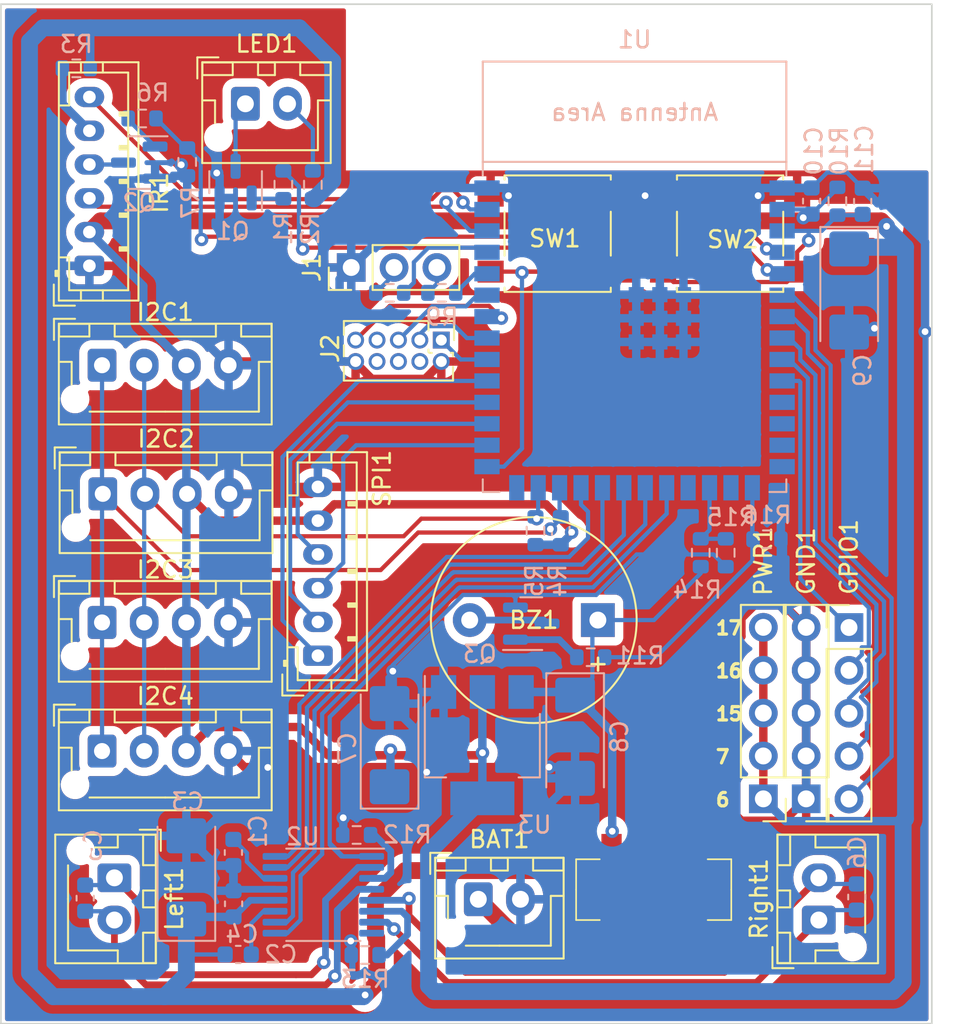
<source format=kicad_pcb>
(kicad_pcb (version 20221018) (generator pcbnew)
  (layers (0 "F.Cu" signal) (31 "B.Cu" signal) (34 "B.Paste" user) (35 "F.Paste" user) (36 "B.SilkS" user "B.Silkscreen") (37 "F.SilkS" user "F.Silkscreen") (38 "B.Mask" user) (39 "F.Mask" user) (44 "Edge.Cuts" user))
  (net 0 "")
  (net 1 "+BATT")
  (net 2 "GND")
  (net 3 "Net-(U2-VINT)")
  (net 4 "Net-(U2-VCP)")
  (net 5 "Net-(Left1-Pin_1)")
  (net 6 "Net-(Left1-Pin_2)")
  (net 7 "Net-(Right1-Pin_1)")
  (net 8 "Net-(Right1-Pin_2)")
  (net 9 "+3.3V")
  (net 10 "/A4{slash}SL")
  (net 11 "/A8{slash}SR")
  (net 12 "/SDA")
  (net 13 "/SCL")
  (net 14 "/CS")
  (net 15 "/MISO")
  (net 16 "/MOSI")
  (net 17 "/CLK")
  (net 18 "Net-(Q1-G)")
  (net 19 "Net-(Q2-G)")
  (net 20 "/HEADLED")
  (net 21 "/M_sleep")
  (net 22 "/IRLED")
  (net 23 "/BIN1")
  (net 24 "/BIN2")
  (net 25 "/AIN1")
  (net 26 "/AIN2")
  (net 28 "/IRLED-{slash}A5")
  (net 29 "Net-(LED1-Pin_1)")
  (net 30 "Net-(J1-Pin_2)")
  (net 31 "/TXD")
  (net 32 "Net-(J1-Pin_3)")
  (net 33 "/RXD")
  (net 34 "Net-(BZ1-+)")
  (net 35 "Net-(Q3-B)")
  (net 36 "/BUZZ")
  (net 37 "Net-(BAT1-+)")
  (net 38 "Net-(LED1-Pin_2)")
  (net 39 "Net-(U2-AISEN)")
  (net 40 "Net-(U2-BISEN)")
  (net 41 "/TCK")
  (net 42 "/TDO")
  (net 44 "/TMS")
  (net 48 "/TDI")
  (net 51 "/IO07")
  (net 52 "/IO06")
  (net 53 "Net-(U1-EN)")
  (net 59 "/BOOT")
  (net 62 "/IRLED+{slash}A1")
  (net 63 "/IO17")
  (net 64 "/IO16")
  (net 65 "/IO15")
  (net 66 "/BAT_SENSE")
  (footprint "Buzzer_Beeper:Buzzer_12x9.5RM7.6" (layer "F.Cu") (at 135.4 96.489 180)
    (fp_text reference "BZ1")
    (fp_text value "Buzzer")
  )
  (footprint "Connector_JST:JST_PH_B6B-PH-K_1x06_P2.00mm_Vertical" (layer "F.Cu") (at 118.8 98.6 90)
    (fp_text reference "SPI1")
    (fp_text value "Conn_01x06_Male")
  )
  (footprint "Connector_PinHeader_1.27mm:PinHeader_2x05_P1.27mm_Vertical" (layer "F.Cu") (at 126.115 79.9 -90)
    (fp_text reference "J2")
    (fp_text value "AVR-JTAG-10")
  )
  (footprint "Connector_PinHeader_2.54mm:PinHeader_1x05_P2.54mm_Vertical" (layer "F.Cu") (at 145.21 107.08 180)
    (fp_text reference "PWR1")
    (fp_text value "Conn_01x04_Male")
  )
  (footprint "Connector_JST:JST_XH_B2B-XH-AM_1x02_P2.50mm_Vertical" (layer "F.Cu") (at 114.5 65.9)
    (fp_text reference "LED1")
    (fp_text value "Conn_01x02_Male")
  )
  (footprint "Connector_JST:JST_XH_B4B-XH-AM_1x04_P2.50mm_Vertical" (layer "F.Cu") (at 106 96.63)
    (fp_text reference "I2C3")
    (fp_text value "Conn_01x04_Male")
  )
  (footprint "Connector_JST:JST_XH_B2B-XH-AM_1x02_P2.50mm_Vertical" (layer "F.Cu") (at 148.5 114.26 90)
    (fp_text reference "Right1")
    (fp_text value "Conn_01x02_Male")
  )
  (footprint "Connector_JST:JST_XH_B4B-XH-AM_1x04_P2.50mm_Vertical" (layer "F.Cu") (at 106 81.39)
    (fp_text reference "I2C1")
    (fp_text value "Conn_01x04_Male")
  )
  (footprint "Connector_PinHeader_2.54mm:PinHeader_1x05_P2.54mm_Vertical" (layer "F.Cu") (at 150.29 96.93)
    (fp_text reference "GPIO1")
    (fp_text value "Conn_01x04_Male")
  )
  (footprint "Connector_JST:JST_XH_B4B-XH-AM_1x04_P2.50mm_Vertical" (layer "F.Cu") (at 106 104.25)
    (fp_text reference "I2C4")
    (fp_text value "Conn_01x04_Male")
  )
  (footprint "Connector_PinHeader_2.54mm:PinHeader_1x05_P2.54mm_Vertical" (layer "F.Cu") (at 147.75 107.08 180)
    (fp_text reference "GND1")
    (fp_text value "Conn_01x04_Male")
  )
  (footprint "Connector_JST:JST_PH_B6B-PH-K_1x06_P2.00mm_Vertical" (layer "F.Cu") (at 105.25 75.5 90)
    (fp_text reference "IR1")
    (fp_text value "Conn_01x06_Male")
  )
  (footprint "Button_Switch_SMD:SW_SPST_B3S-1000" (layer "F.Cu") (at 133.015 73.595 180)
    (fp_text reference "SW1")
    (fp_text value "Flash")
  )
  (footprint "Connector_PinHeader_2.54mm:PinHeader_1x03_P2.54mm_Vertical" (layer "F.Cu") (at 120.775 75.6 90)
    (fp_text reference "J1")
    (fp_text value "Conn_01x06")
  )
  (footprint "Connector_JST:JST_XH_B2B-XH-AM_1x02_P2.50mm_Vertical" (layer "F.Cu") (at 106.7341 111.76 -90)
    (fp_text reference "Left1")
    (fp_text value "Conn_01x02_Male")
  )
  (footprint "Button_Switch_SMD:SW_SPST_B3S-1000" (layer "F.Cu") (at 143.24 73.595 180)
    (fp_text reference "SW2")
    (fp_text value "RESET")
  )
  (footprint "Connector_JST:JST_XH_B4B-XH-AM_1x04_P2.50mm_Vertical" (layer "F.Cu") (at 106.045 89.01)
    (fp_text reference "I2C2")
    (fp_text value "Conn_01x04_Male")
  )
  (footprint "Switch_DPDT:Switch_DPDT" (layer "F.Cu") (at 138.71 112.46)
    (fp_text reference "SW3" hide)
    (fp_text value "SW_DPDT_x2")
  )
  (footprint "Connector_JST:JST_XH_B2B-XH-AM_1x02_P2.50mm_Vertical" (layer "F.Cu") (at 128.31 113.03)
    (fp_text reference "BAT1")
    (fp_text value "Battery")
  )
  (footprint "Capacitor_SMD:C_0603_1608Metric" (layer "B.Cu") (at 113.7884 110.2608 -90)
    (fp_text reference "C1")
    (fp_text value "2.2uF")
  )
  (footprint "Resistor_SMD:R_0603_1608Metric" (layer "B.Cu") (at 126.145 77.1)
    (fp_text reference "R9")
    (fp_text value "470R")
  )
  (footprint "Package_SO:TSSOP-16_4.4x5mm_P0.65mm" (layer "B.Cu") (at 119.1216 112.765 180)
    (fp_text reference "U2")
    (fp_text value "DRV8833PW")
  )
  (footprint "Resistor_SMD:R_0603_1608Metric" (layer "B.Cu") (at 131.7 91.2 -90)
    (fp_text reference "R5")
    (fp_text value "10k")
  )
  (footprint "Capacitor_SMD:C_0603_1608Metric" (layer "B.Cu") (at 113.8 113.3 -90)
    (fp_text reference "C4")
    (fp_text value "100n")
  )
  (footprint "Resistor_SMD:R_0603_1608Metric" (layer "B.Cu") (at 121.095 109.22)
    (fp_text reference "R12")
    (fp_text value "0.2R")
  )
  (footprint "Resistor_SMD:R_0603_1608Metric" (layer "B.Cu") (at 134.975 98.689 180)
    (fp_text reference "R11")
    (fp_text value "330")
  )
  (footprint "Resistor_SMD:R_0603_1608Metric" (layer "B.Cu") (at 121.602 116.332)
    (fp_text reference "R13")
    (fp_text value "0.2R")
  )
  (footprint "Capacitor_SMD:C_0603_1608Metric" (layer "B.Cu") (at 105 112.9654 -90)
    (fp_text reference "C5")
    (fp_text value "C")
  )
  (footprint "Resistor_SMD:R_0603_1608Metric" (layer "B.Cu") (at 145.425 91.7 180)
    (fp_text reference "R16")
    (fp_text value "10K")
  )
  (footprint "Resistor_SMD:R_0603_1608Metric" (layer "B.Cu") (at 133.2 91.2 -90)
    (fp_text reference "R4")
    (fp_text value "10k")
  )
  (footprint "Resistor_SMD:R_0603_1608Metric" (layer "B.Cu") (at 123.06 77.1)
    (fp_text reference "R8" hide)
    (fp_text value "470R")
  )
  (footprint "Package_TO_SOT_SMD:SOT-23" (layer "B.Cu") (at 131.4495 96.7)
    (fp_text reference "Q3")
    (fp_text value "BC817")
  )
  (footprint "Resistor_SMD:R_0603_1608Metric" (layer "B.Cu") (at 142.98 92.5 -90)
    (fp_text reference "R14")
    (fp_text value "10K")
  )
  (footprint "Package_TO_SOT_SMD:SOT-223-3_TabPin2" (layer "B.Cu") (at 128.55 103.9 -90)
    (fp_text reference "U3")
    (fp_text value "LD1117S33TR_SOT223")
  )
  (footprint "Capacitor_Tantalum_SMD:CP_EIA-6032-28_Kemet-C" (layer "B.Cu") (at 123.05 103.9 90)
    (fp_text reference "C7")
    (fp_text value "10u")
  )
  (footprint "Capacitor_SMD:C_0603_1608Metric" (layer "B.Cu") (at 148.075 71.665 -90)
    (fp_text reference "C10")
    (fp_text value "100n")
  )
  (footprint "Capacitor_SMD:C_0603_1608Metric" (layer "B.Cu") (at 150.7526 112.8976 90)
    (fp_text reference "C6")
    (fp_text value "C")
  )
  (footprint "Resistor_SMD:R_0603_1608Metric" (layer "B.Cu") (at 149.6 71.675 -90)
    (fp_text reference "R10")
    (fp_text value "10k")
  )
  (footprint "Resistor_SMD:R_0603_1608Metric" (layer "B.Cu") (at 116.75 70.7 90)
    (fp_text reference "R1")
    (fp_text value "330R")
  )
  (footprint "Resistor_SMD:R_0603_1608Metric" (layer "B.Cu") (at 111.05 69.345 -90)
    (fp_text reference "R7")
    (fp_text value "10k")
  )
  (footprint "Capacitor_SMD:C_0603_1608Metric" (layer "B.Cu") (at 151.1 71.675 -90)
    (fp_text reference "C11")
    (fp_text value "1u")
  )
  (footprint "Resistor_SMD:R_0603_1608Metric" (layer "B.Cu") (at 141.5 92.5 90)
    (fp_text reference "R15")
    (fp_text value "10k")
  )
  (footprint "Package_TO_SOT_SMD:SOT-23" (layer "B.Cu") (at 113.92 70.5425 90)
    (fp_text reference "Q1")
    (fp_text value "Q_NMOS_GSD")
  )
  (footprint "Capacitor_Tantalum_SMD:CP_EIA-6032-28_Kemet-C" (layer "B.Cu") (at 150.3 76.9625 -90)
    (fp_text reference "C9")
    (fp_text value "10+uF")
  )
  (footprint "Capacitor_Tantalum_SMD:CP_EIA-6032-28_Kemet-C" (layer "B.Cu") (at 111 111.734 90)
    (fp_text reference "C3")
    (fp_text value "10+uF")
  )
  (footprint "Resistor_SMD:R_0603_1608Metric" (layer "B.Cu") (at 108.375 66.77)
    (fp_text reference "R6")
    (fp_text value "330R")
  )
  (footprint "Espressif:ESP32-S3-WROOM-1" (layer "B.Cu") (at 137.575 79.15 180)
    (fp_text reference "U1")
    (fp_text value "ESP32-S3-WROOM-1")
  )
  (footprint "Resistor_SMD:R_0603_1608Metric" (layer "B.Cu") (at 118.5 70.7 90)
    (fp_text reference "R2")
    (fp_text value "330R")
  )
  (footprint "Capacitor_Tantalum_SMD:CP_EIA-6032-28_Kemet-C" (layer "B.Cu") (at 134.05 103.4 -90)
    (fp_text reference "C8")
    (fp_text value "10u")
  )
  (footprint "Capacitor_SMD:C_0603_1608Metric" (layer "B.Cu") (at 114.075 116.3 180)
    (fp_text reference "C2")
    (fp_text value "10nF/16V")
  )
  (footprint "Package_TO_SOT_SMD:SOT-23" (layer "B.Cu") (at 108.2075 69.385 180)
    (fp_text reference "Q2")
    (fp_text value "Q_NMOS_GSD")
  )
  (footprint "Resistor_SMD:R_0603_1608Metric" (layer "B.Cu") (at 104.475 63.8 180)
    (fp_text reference "R3")
    (fp_text value "?R")
  )
  (gr_rect (start 100 60) (end 155.2 120.4) (stroke (width 0.1)) (fill none) (layer "Edge.Cuts"))
  (gr_text "17\n\n16\n\n15\n\n7\n\n6" (at 142.3 107.6) (layer "F.SilkS") (effects (font (size 0.79 0.79) (thickness 0.1925) bold) (justify left bottom)))
  (segment (start 136.21 111.5) (end 136.04 111.33) (width 1) (layer "F.Cu") (net 1))
  (segment (start 122.287328 115.325556) (end 122.287328 118.012672) (width 1) (layer "F.Cu") (net 1))
  (segment (start 136.21 111.5) (end 136.21 114.96) (width 0.5) (layer "F.Cu") (net 1))
  (segment (start 122.21101 115.249238) (end 122.287328 115.325556) (width 1) (layer "F.Cu") (net 1))
  (segment (start 136.04 111.33) (end 123.97 111.33) (width 1) (layer "F.Cu") (net 1))
  (segment (start 122.287328 118.012672) (end 121.6 118.7) (width 1) (layer "F.Cu") (net 1))
  (segment (start 122.21101 113.08899) (end 122.21101 115.249238) (width 1) (layer "F.Cu") (net 1))
  (segment (start 123.97 111.33) (end 122.21101 113.08899) (width 1) (layer "F.Cu") (net 1))
  (segment (start 136.21 109.04) (end 136.25 109) (width 0.5) (layer "F.Cu") (net 1))
  (segment (start 136.21 109.96) (end 136.21 109.04) (width 0.5) (layer "F.Cu") (net 1))
  (segment (start 136.21 109.96) (end 136.21 114.96) (width 1) (layer "F.Cu") (net 1))
  (segment (start 136.21 109.96) (end 136.21 111.5) (width 0.5) (layer "F.Cu") (net 1))
  (via (at 121.6 118.7) (size 0.8) (drill 0.4) (layers "F.Cu" "B.Cu") (net 1))
  (via (at 136.25 109) (size 0.8) (drill 0.4) (layers "F.Cu" "B.Cu") (net 1))
  (segment (start 113.8 114.075) (end 111.1215 114.075) (width 0.5) (layer "B.Cu") (net 1))
  (segment (start 136.25 103.1375) (end 136.25 109) (width 0.5) (layer "B.Cu") (net 1))
  (segment (start 114.785 113.09) (end 113.8 114.075) (width 0.4) (layer "B.Cu") (net 1))
  (segment (start 101.7 62.2) (end 101.7 117.4) (width 1) (layer "B.Cu") (net 1))
  (segment (start 117.7 61.4) (end 105.3 61.4) (width 1) (layer "B.Cu") (net 1))
  (segment (start 118.5 71.525) (end 118.597792 71.525) (width 1) (layer "B.Cu") (net 1))
  (segment (start 105.3 63.8) (end 105.3 61.4) (width 0.5) (layer "B.Cu") (net 1))
  (segment (start 111 117.5) (end 111 116.4) (width 1) (layer "B.Cu") (net 1))
  (segment (start 105.3 61.4) (end 102.5 61.4) (width 1) (layer "B.Cu") (net 1))
  (segment (start 119.675 63.375) (end 117.7 61.4) (width 1) (layer "B.Cu") (net 1))
  (segment (start 121.5 118.8) (end 121.6 118.7) (width 1) (layer "B.Cu") (net 1))
  (segment (start 119.675 70.447792) (end 119.675 63.375) (width 1) (layer "B.Cu") (net 1))
  (segment (start 109.7 118.8) (end 121.5 118.8) (width 1) (layer "B.Cu") (net 1))
  (segment (start 135.075 99.9125) (end 134.05 100.9375) (width 0.25) (layer "B.Cu") (net 1))
  (segment (start 134.05 100.9375) (end 136.25 103.1375) (width 0.5) (layer "B.Cu") (net 1))
  (segment (start 116.2591 113.09) (end 114.785 113.09) (width 0.4) (layer "B.Cu") (net 1))
  (segment (start 138.725 96.489) (end 135.4 96.489) (width 0.25) (layer "B.Cu") (net 1))
  (segment (start 113.3 116.3) (end 111.1 116.3) (width 0.25) (layer "B.Cu") (net 1))
  (segment (start 103.1 118.8) (end 109.7 118.8) (width 1) (layer "B.Cu") (net 1))
  (segment (start 135.075 96.814) (end 135.075 99.9125) (width 0.25) (layer "B.Cu") (net 1))
  (segment (start 101.7 117.4) (end 103.1 118.8) (width 1) (layer "B.Cu") (net 1))
  (segment (start 141.5 93.714) (end 138.725 96.489) (width 0.25) (layer "B.Cu") (net 1))
  (segment (start 102.5 61.4) (end 101.7 62.2) (width 1) (layer "B.Cu") (net 1))
  (segment (start 130.85 100.75) (end 133.8625 100.75) (width 0.5) (layer "B.Cu") (net 1))
  (segment (start 111.1 116.3) (end 111 116.4) (width 0.25) (layer "B.Cu") (net 1))
  (segment (start 111 116.4) (end 111 114.1965) (width 1) (layer "B.Cu") (net 1))
  (segment (start 118.597792 71.525) (end 119.675 70.447792) (width 1) (layer "B.Cu") (net 1))
  (segment (start 109.7 118.8) (end 111 117.5) (width 1) (layer "B.Cu") (net 1))
  (segment (start 125.25 105.5) (end 125.45 105.5) (width 0.5) (layer "F.Cu") (net 2))
  (segment (start 140.73 105.2) (end 140.89 105.36) (width 0.5) (layer "F.Cu") (net 2))
  (segment (start 146.45 108.38) (end 147.75 107.08) (width 0.5) (layer "F.Cu") (net 2))
  (segment (start 121.035 81.17) (end 113.72 81.17) (width 0.5) (layer "F.Cu") (net 2))
  (segment (start 126.115 81.243503) (end 125.158503 82.2) (width 0.5) (layer "F.Cu") (net 2))
  (segment (start 118.39 89.01) (end 118.8 88.6) (width 0.5) (layer "F.Cu") (net 2))
  (segment (start 147.75 96.92) (end 147.75 83.25) (width 0.5) (layer "F.Cu") (net 2))
  (segment (start 120.2 108.1) (end 120.3 108.2) (width 0.5) (layer "F.Cu") (net 2))
  (segment (start 112.8 70) (end 111.182648 70) (width 0.5) (layer "F.Cu") (net 2))
  (segment (start 147.75 96.92) (end 146.45 95.62) (width 0.5) (layer "F.Cu") (net 2))
  (segment (start 138.2 71.345) (end 130.1 71.345) (width 0.25) (layer "F.Cu") (net 2))
  (segment (start 154.8 79.4) (end 152 79.4) (width 0.5) (layer "F.Cu") (net 2))
  (segment (start 140.89 105.36) (end 143.91 108.38) (width 0.5) (layer "F.Cu") (net 2))
  (segment (start 120.2 114.953707) (end 120.747688 115.501395) (width 0.5) (layer "F.Cu") (net 2))
  (segment (start 120.2 107.5) (end 120.2 114.953707) (width 0.5) (layer "F.Cu") (net 2))
  (segment (start 143.91 108.38) (end 146.45 108.38) (width 0.5) (layer "F.Cu") (net 2))
  (segment (start 120.2 107.5) (end 120.2 108.1) (width 0.5) (layer "F.Cu") (net 2))
  (segment (start 107.61 75.5) (end 113.5 81.39) (width 0.5) (layer "F.Cu") (net 2))
  (segment (start 111.182648 70) (end 110.698478 69.51583) (width 0.5) (layer "F.Cu") (net 2))
  (segment (start 123.255716 99.499815) (end 123.240257 99.515274) (width 0.5) (layer "F.Cu") (net 2))
  (segment (start 144.9 71.345) (end 138.2 71.345) (width 0.25) (layer "F.Cu") (net 2))
  (segment (start 143.91 96.381522) (end 143.91 97.458478) (width 0.5) (layer "F.Cu") (net 2))
  (segment (start 125.75 105.2) (end 132.5 105.2) (width 0.5) (layer "F.Cu") (net 2))
  (segment (start 105.25 75.5) (end 107.61 75.5) (width 0.5) (layer "F.Cu") (net 2))
  (segment (start 120.2 105.2) (end 125.75 105.2) (width 0.5) (layer "F.Cu") (net 2))
  (segment (start 147.215 71.345) (end 144.9 71.345) (width 0.25) (layer "F.Cu") (net 2))
  (segment (start 123.255716 99.499815) (end 132.5 99.499815) (width 0.5) (layer "F.Cu") (net 2))
  (segment (start 147.75 83.25) (end 151.8 79.2) (width 0.5) (layer "F.Cu") (net 2))
  (segment (start 152 79.4) (end 151.8 79.2) (width 0.5) (layer "F.Cu") (net 2))
  (segment (start 130.1 71.345) (end 129.04 71.345) (width 0.25) (layer "F.Cu") (net 2))
  (segment (start 146.45 95.62) (end 144.671522 95.62) (width 0.5) (layer "F.Cu") (net 2))
  (segment (start 121.991497 82.2) (end 121.035 81.243503) (width 0.5) (layer "F.Cu") (net 2))
  (segment (start 113.545 89.01) (end 118.39 89.01) (width 0.5) (layer "F.Cu") (net 2))
  (segment (start 147.75 96.92) (end 147.75 107.08) (width 0.5) (layer "F.Cu") (net 2))
  (segment (start 113.5 104.25) (end 114.45 105.2) (width 0.5) (layer "F.Cu") (net 2))
  (segment (start 132.5 105.2) (end 140.73 105.2) (width 0.5) (layer "F.Cu") (net 2))
  (segment (start 120.2 105.2) (end 120.2 107.5) (width 0.5) (layer "F.Cu") (net 2))
  (segment (start 144.671522 95.62) (end 143.91 96.381522) (width 0.5) (layer "F.Cu") (net 2))
  (segment (start 143.91 97.458478) (end 141.868663 99.499815) (width 0.5) (layer "F.Cu") (net 2))
  (segment (start 141.868663 99.499815) (end 132.5 99.499815) (width 0.5) (layer "F.Cu") (net 2))
  (segment (start 114.45 105.2) (end 120.2 105.2) (width 0.5) (layer "F.Cu") (net 2))
  (segment (start 125.45 105.5) (end 125.75 105.2) (width 0.5) (layer "F.Cu") (net 2))
  (segment (start 125.158503 82.2) (end 121.991497 82.2) (width 0.5) (layer "F.Cu") (net 2))
  (via (at 154.8 79.4) (size 0.8) (drill 0.4) (layers "F.Cu" "B.Cu") (net 2))
  (via (at 120.3 108.2) (size 0.8) (drill 0.4) (layers "F.Cu" "B.Cu") (net 2))
  (via (at 130.1 71.345) (size 0.8) (drill 0.4) (layers "F.Cu" "B.Cu") (net 2))
  (via (at 112.8 70) (size 0.8) (drill 0.4) (layers "F.Cu" "B.Cu") (net 2))
  (via (at 151.8 79.2) (size 0.8) (drill 0.4) (layers "F.Cu" "B.Cu") (net 2))
  (via (at 115.828485 105.219086) (size 0.8) (drill 0.4) (layers "F.Cu" "B.Cu") (net 2))
  (via (at 125.25 105.5) (size 0.8) (drill 0.4) (layers "F.Cu" "B.Cu") (net 2))
  (via (at 123.240257 99.515274) (size 0.8) (drill 0.4) (layers "F.Cu" "B.Cu") (net 2))
  (via (at 120.747688 115.501395) (size 0.8) (drill 0.4) (layers "F.Cu" "B.Cu") (net 2))
  (via (at 144.9 71.345) (size 0.8) (drill 0.4) (layers "F.Cu" "B.Cu") (net 2))
  (via (at 132.5 105.2) (size 0.8) (drill 0.4) (layers "F.Cu" "B.Cu") (net 2))
  (via (at 110.698478 69.51583) (size 0.8) (drill 0.4) (layers "F.Cu" "B.Cu") (net 2))
  (via (at 138.2 71.345) (size 0.8) (drill 0.4) (layers "F.Cu" "B.Cu") (net 2))
  (segment (start 111.05 78.94) (end 113.5 81.39) (width 0.5) (layer "B.Cu") (net 2))
  (segment (start 130 95) (end 131 95) (width 0.25) (layer "B.Cu") (net 2))
  (segment (start 132.5 105.2) (end 133.3875 105.2) (width 0.5) (layer "B.Cu") (net 2))
  (segment (start 120.777 116.332) (end 120.777 115.530707) (width 0.5) (layer "B.Cu") (net 2))
  (segment (start 148.988 69.977) (end 148.075 70.89) (width 0.25) (layer "B.Cu") (net 2))
  (segment (start 120.085 80.927106) (end 120.327894 81.17) (width 0.5) (layer "B.Cu") (net 2))
  (segment (start 151.8 79.2) (end 150.525 79.2) (width 0.5) (layer "B.Cu") (net 2))
  (segment (start 146.5 95.67) (end 147.75 96.92) (width 0.4) (layer "B.Cu") (net 2))
  (segment (start 135.3 95) (end 137.7 92.6) (width 0.25) (layer "B.Cu") (net 2))
  (segment (start 123.240257 101.247243) (end 123.240257 99.515274) (width 0.5) (layer "B.Cu") (net 2))
  (segment (start 112.7643 111.0358) (end 113.2 111.0358) (width 0.5) (layer "B.Cu") (net 2))
  (segment (start 137.7 92.6) (end 142.255 92.6) (width 0.25) (layer "B.Cu") (net 2))
  (segment (start 137.675 77.21) (end 140.475 77.21) (width 0.25) (layer "B.Cu") (net 2))
  (segment (start 125.25 102.925) (end 124.5375 102.925) (width 0.5) (layer "B.Cu") (net 2))
  (segment (start 128.825 70.89) (end 129.645 70.89) (width 0.25) (layer "B.Cu") (net 2))
  (segment (start 134.05 105.8625) (end 130.81 109.1025) (width 0.5) (layer "B.Cu") (net 2))
  (segment (start 113.7884 111.0358) (end 113.2 111.0358) (width 0.5) (layer "B.Cu") (net 2))
  (segment (start 146.5 95.67) (end 146.5 91.95) (width 0.25) (layer "B.Cu") (net 2))
  (segment (start 137.675 78.61) (end 140.475 78.61) (width 0.25) (layer "B.Cu") (net 2))
  (segment (start 125.25 102.925) (end 125.25 101.75) (width 0.5) (layer "B.Cu") (net 2))
  (segment (start 152 71.8) (end 152.05233 71.74767) (width 0.5) (layer "B.Cu") (net 2))
  (segment (start 123.240257 99.515274) (end 123.240257 99.159743) (width 0.25) (layer "B.Cu") (net 2))
  (segment (start 120.775 75.6) (end 120.085 76.29) (width 0.5) (layer "B.Cu") (net 2))
  (segment (start 150.177 69.977) (end 148.988 69.977) (width 0.25) (layer "B.Cu") (net 2))
  (segment (start 139.075 77.21) (end 139.075 80.01) (width 0.25) (layer "B.Cu") (net 2))
  (segment (start 125.25 101.75) (end 126.25 100.75) (width 0.5) (layer "B.Cu") (net 2))
  (segment (start 125.485 70.89) (end 128.825 70.89) (width 0.5) (layer "B.Cu") (net 2))
  (segment (start 151.1 70.9) (end 150.177 69.977) (width 0.25) (layer "B.Cu") (net 2))
  (segment (start 112.97 71.48) (end 112.97 70.17) (width 0.5) (layer "B.Cu") (net 2))
  (segment (start 110.698478 69.818478) (end 111.05 70.17) (width 0.5) (layer "B.Cu") (net 2))
  (segment (start 139.075 77.21) (end 139.075 72.22) (width 0.25) (layer "B.Cu") (net 2))
  (segment (start 130 95) (end 130.336 95) (width 0.25) (layer "B.Cu") (net 2))
  (segment (start 130.512 95.75) (end 130.512 95.176) (width 0.25) (layer "B.Cu") (net 2))
  (segment (start 120.777 115.530707) (end 120.747688 115.501395) (width 0.5) (layer "B.Cu") (net 2))
  (segment (start 130.81 109.1025) (end 130.81 113.03) (width 0.5) (layer "B.Cu") (net 2))
  (segment (start 145.355 70.89) (end 144.9 71.345) (width 0.25) (layer "B.Cu") (net 2))
  (segment (start 152.448377 71.74767) (end 154.8 74.099293) (width 0.5) (layer "B.Cu") (net 2))
  (segment (start 113.7884 111.0358) (end 113.7884 112.5134) (width 0.5) (layer "B.Cu") (net 2))
  (segment (start 130.664 95) (end 131 95) (width 0.25) (layer "B.Cu") (net 2))
  (segment (start 120.775 75.6) (end 125.485 70.89) (width 0.5) (layer "B.Cu") (net 2))
  (segment (start 112.97 70.17) (end 112.8 70) (width 0.5) (layer "B.Cu") (net 2))
  (segment (start 146.325 70.89) (end 148.075 70.89) (width 0.5) (layer "B.Cu") (net 2))
  (segment (start 146.325 70.89) (end 145.355 70.89) (width 0.25) (layer "B.Cu") (net 2))
  (segment (start 130.512 95.176) (end 130.5 95.164) (width 0.25) (layer "B.Cu") (net 2))
  (segment (start 111.05 70.17) (end 109.31 70.17) (width 0.25) (layer "B.Cu") (net 2))
  (segment (start 111.05 70.17) (end 111.05 78.94) (width 0.5) (layer "B.Cu") (net 2))
  (segment (start 131 95) (end 135.3 95) (width 0.25) (layer "B.Cu") (net 2))
  (segment (start 154.8 74.099293) (end 154.8 79.4) (width 0.5) (layer "B.Cu") (net 2))
  (segment (start 113.5 81.39) (end 113.5 104.25) (width 0.5) (layer "B.Cu") (net 2))
  (segment (start 130.5 95.164) (end 130.664 95) (width 0.25) (layer "B.Cu") (net 2))
  (segment (start 151.1 70.9) (end 152 71.8) (width 0.5) (layer "B.Cu") (net 2))
  (segment (start 120.327894 81.17) (end 121.035 81.17) (width 0.5) (layer "B.Cu") (net 2))
  (segment (start 127.4 95) (end 130 95) (width 0.25) (layer "B.Cu") (net 2))
  (segment (start 142.255 92.6) (end 142.98 93.325) (width 0.25) (layer "B.Cu") (net 2))
  (segment (start 137.675 77.21) (end 137.675 80.01) (width 0.25) (layer "B.Cu") (net 2))
  (segment (start 125.25 102.925) (end 125.25 105.5) (width 0.5) (layer "B.Cu") (net 2))
  (segment (start 139.075 72.22) (end 138.2 71.345) (width 0.25) (layer "B.Cu") (net 2))
  (segment (start 144.37 95.67) (end 146.5 95.67) (width 0.4) (layer "B.Cu") (net 2))
  (segment (start 120.3 108.2) (end 120.3 109.19) (width 0.5) (layer "B.Cu") (net 2))
  (segment (start 140.475 77.21) (end 140.475 80.01) (width 0.25) (layer "B.Cu") (net 2))
  (segment (start 120.085 76.29) (end 120.085 80.927106) (width 0.5) (layer "B.Cu") (net 2))
  (segment (start 111 109.2715) (end 112.7643 111.0358) (width 0.5) (layer "B.Cu") (net 2))
  (segment (start 111.776071 109.2715) (end 115.828485 105.219086) (width 0.5) (layer "B.Cu") (net 2))
  (segment (start 151.8 79.2) (end 150.725 79.2) (width 0.5) (layer "B.Cu") (net 2))
  (segment (start 130.336 95) (end 130.5 95.164) (width 0.25) (layer "B.Cu") (net 2))
  (segment (start 129.645 70.89) (end 130.1 71.345) (width 0.25) (layer "B.Cu") (net 2))
  (segment (start 124.5375 102.925) (end 123.05 101.4375) (width 0.5) (layer "B.Cu") (net 2))
  (segment (start 146.5 91.95) (end 146.25 91.7) (width 0.25) (layer "B.Cu") (net 2))
  (segment (start 110.698478 69.51583) (end 110.698478 69.818478) (width 0.5) (layer "B.Cu") (net 2))
  (segment (start 116.2591 112.44) (end 113.885 112.44) (width 0.4) (layer "B.Cu") (net 2))
  (segment (start 140.475 80.01) (end 137.675 80.01) (width 0.25) (layer "B.Cu") (net 2))
  (segment (start 123.240257 99.159743) (end 127.4 95) (width 0.25) (layer "B.Cu") (net 2))
  (segment (start 152.05233 71.74767) (end 152.448377 71.74767) (width 0.5) (layer "B.Cu") (net 2))
  (segment (start 114.5884 110.2858) (end 113.7884 109.4858) (width 0.25) (layer "B.Cu") (net 3))
  (segment (start 114.5884 110.807841) (end 114.5884 110.2858) (width 0.25) (layer "B.Cu") (net 3))
  (segment (start 116.2591 111.79) (end 115.570559 111.79) (width 0.25) (layer "B.Cu") (net 3))
  (segment (start 115.570559 111.79) (end 114.5884 110.807841) (width 0.25) (layer "B.Cu") (net 3))
  (segment (start 114.85 116.3) (end 114.85 114.460559) (width 0.25) (layer "B.Cu") (net 4))
  (segment (start 114.85 114.460559) (end 115.570559 113.74) (width 0.25) (layer "B.Cu") (net 4))
  (segment (start 115.570559 113.74) (end 116.2591 113.74) (width 0.25) (layer "B.Cu") (net 4))
  (segment (start 108.9 117.5) (end 117.5 117.5) (width 0.25) (layer "F.Cu") (net 5))
  (segment (start 117.5 117.5) (end 118.4158 117.5) (width 0.4) (layer "F.Cu") (net 5))
  (segment (start 108.85 117.5) (end 108.1341 116.7841) (width 0.4) (layer "F.Cu") (net 5))
  (segment (start 117.5 117.5) (end 108.85 117.5) (width 0.4) (layer "F.Cu") (net 5))
  (segment (start 108.1341 113.16) (end 108.1341 116.7841) (width 0.4) (layer "F.Cu") (net 5))
  (segment (start 106.7341 111.76) (end 108.1341 113.16) (width 0.4) (layer "F.Cu") (net 5))
  (segment (start 118.4158 117.5) (end 119.148188 116.767612) (width 0.4) (layer "F.Cu") (net 5))
  (via (at 119.148188 116.767612) (size 0.8) (drill 0.4) (layers "F.Cu" "B.Cu") (net 5))
  (segment (start 119.25 116.6658) (end 119.148188 116.767612) (width 0.4) (layer "B.Cu") (net 5))
  (segment (start 119.25 113.079493) (end 119.25 116.6658) (width 0.4) (layer "B.Cu") (net 5))
  (segment (start 105 112.1904) (end 106.3037 112.1904) (width 0.25) (layer "B.Cu") (net 5))
  (segment (start 121.9841 111.14) (end 121.189493 111.14) (width 0.4) (layer "B.Cu") (net 5))
  (segment (start 121.189493 111.14) (end 119.25 113.079493) (width 0.4) (layer "B.Cu") (net 5))
  (segment (start 119.286061 118.1) (end 119.804424 117.581637) (width 0.4) (layer "F.Cu") (net 6))
  (segment (start 106.7341 116.232628) (end 108.601472 118.1) (width 0.4) (layer "F.Cu") (net 6))
  (segment (start 108.601472 118.1) (end 119.286061 118.1) (width 0.4) (layer "F.Cu") (net 6))
  (segment (start 106.7341 114.26) (end 106.7341 116.232628) (width 0.4) (layer "F.Cu") (net 6))
  (via (at 119.804424 117.581637) (size 0.8) (drill 0.4) (layers "F.Cu" "B.Cu") (net 6))
  (segment (start 121.9841 112.44) (end 121.189493 112.44) (width 0.4) (layer "B.Cu") (net 6))
  (segment (start 119.947688 113.681805) (end 119.947688 117.438373) (width 0.4) (layer "B.Cu") (net 6))
  (segment (start 119.947688 117.438373) (end 119.804424 117.581637) (width 0.4) (layer "B.Cu") (net 6))
  (segment (start 121.189493 112.44) (end 119.947688 113.681805) (width 0.4) (layer "B.Cu") (net 6))
  (segment (start 105 113.7404) (end 106.2145 113.7404) (width 0.25) (layer "B.Cu") (net 6))
  (segment (start 148.5 114.26) (end 144.800999 117.959001) (width 0.4) (layer "F.Cu") (net 7))
  (segment (start 126.475701 117.959001) (end 123.31051 114.79381) (width 0.4) (layer "F.Cu") (net 7))
  (segment (start 144.800999 117.959001) (end 126.475701 117.959001) (width 0.4) (layer "F.Cu") (net 7))
  (via (at 123.31051 114.79381) (size 0.8) (drill 0.4) (layers "F.Cu" "B.Cu") (net 7))
  (segment (start 150.7526 113.6726) (end 149.0874 113.6726) (width 0.25) (layer "B.Cu") (net 7))
  (segment (start 122.9067 114.39) (end 123.31051 114.79381) (width 0.4) (layer "B.Cu") (net 7))
  (segment (start 121.9841 114.39) (end 122.9067 114.39) (width 0.4) (layer "B.Cu") (net 7))
  (segment (start 148.5 111.76) (end 142.9005 117.3595) (width 0.4) (layer "F.Cu") (net 8))
  (segment (start 124.1995 114.004424) (end 124.1995 112.982505) (width 0.4) (layer "F.Cu") (net 8))
  (segment (start 127.380892 117.284501) (end 124.1995 114.103109) (width 0.25) (layer "F.Cu") (net 8))
  (segment (start 142.9005 117.3595) (end 127.554576 117.3595) (width 0.4) (layer "F.Cu") (net 8))
  (segment (start 124.1995 114.103109) (end 124.1995 112.982505) (width 0.25) (layer "F.Cu") (net 8))
  (segment (start 127.554576 117.3595) (end 124.1995 114.004424) (width 0.4) (layer "F.Cu") (net 8))
  (via (at 124.1995 112.982505) (size 0.8) (drill 0.4) (layers "F.Cu" "B.Cu") (net 8))
  (segment (start 121.9841 113.09) (end 124.092005 113.09) (width 0.4) (layer "B.Cu") (net 8))
  (segment (start 124.092005 113.09) (end 124.1995 112.982505) (width 0.4) (layer "B.Cu") (net 8))
  (segment (start 150.7526 112.1226) (end 148.8626 112.1226) (width 0.25) (layer "B.Cu") (net 8))
  (segment (start 123.2 104.5) (end 128.405932 104.5) (width 0.5) (layer "F.Cu") (net 9))
  (segment (start 132.320252 89.631106) (end 133.843852 91.154706) (width 0.5) (layer "F.Cu") (net 9))
  (segment (start 119.768894 89.631106) (end 132.320252 89.631106) (width 0.5) (layer "F.Cu") (net 9))
  (segment (start 145.21 107.08) (end 145.21 96.92) (width 0.5) (layer "F.Cu") (net 9))
  (segment (start 123.2 104.5) (end 123.2 104.3) (width 0.5) (layer "F.Cu") (net 9))
  (segment (start 133.843852 91.154706) (end 133.843852 91.28433) (width 0.5) (layer "F.Cu") (net 9))
  (segment (start 118.8 90.6) (end 119.768894 89.631106) (width 0.5) (layer "F.Cu") (net 9))
  (segment (start 128.405932 104.5) (end 128.555432 104.3505) (width 0.5) (layer "F.Cu") (net 9))
  (segment (start 152.19691 72.839) (end 152.519184 73.161274) (width 1) (layer "F.Cu") (net 9))
  (segment (start 123.2 104.3) (end 123.1 104.2) (width 0.5) (layer "F.Cu") (net 9))
  (segment (start 105.911 72.839) (end 152.19691 72.839) (width 1) (layer "F.Cu") (net 9))
  (segment (start 119.3995 104.5) (end 123.2 104.5) (width 0.5) (layer "F.Cu") (net 9))
  (segment (start 111.045 89.01) (end 112.635 90.6) (width 0.5) (layer "F.Cu") (net 9))
  (segment (start 111 104.25) (end 112.425 102.825) (width 0.5) (layer "F.Cu") (net 9))
  (segment (start 117.7245 102.825) (end 119.3995 104.5) (width 0.5) (layer "F.Cu") (net 9))
  (segment (start 112.425 102.825) (end 117.7245 102.825) (width 0.5) (layer "F.Cu") (net 9))
  (segment (start 112.635 90.6) (end 118.8 90.6) (width 0.5) (layer "F.Cu") (net 9))
  (segment (start 105.25 73.5) (end 105.911 72.839) (width 1) (layer "F.Cu") (net 9))
  (via (at 133.843852 91.28433) (size 0.8) (drill 0.4) (layers "F.Cu" "B.Cu") (net 9))
  (via (at 128.555432 104.3505) (size 0.8) (drill 0.4) (layers "F.Cu" "B.Cu") (net 9))
  (via (at 152.519184 73.161274) (size 0.8) (drill 0.4) (layers "F.Cu" "B.Cu") (net 9))
  (via (at 147.575621 72.650179) (size 0.8) (drill 0.4) (layers "F.Cu" "B.Cu") (net 9))
  (via (at 123.1 104.2) (size 0.8) (drill 0.4) (layers "F.Cu" "B.Cu") (net 9))
  (segment (start 125.7 118.5) (end 152.9 118.5) (width 1) (layer "B.Cu") (net 9))
  (segment (start 153.639001 74.4) (end 152.519184 73.280183) (width 1) (layer "B.Cu") (net 9))
  (segment (start 153.639001 108.260999) (end 153.639001 74.4) (width 1) (layer "B.Cu") (net 9))
  (segment (start 108.445499 76.695499) (end 108.445499 78.835499) (width 0.5) (layer "B.Cu") (net 9))
  (segment (start 105.25 73.5) (end 108.445499 76.695499) (width 0.5) (layer "B.Cu") (net 9))
  (segment (start 152.9 118.5) (end 153.5 117.9) (width 1) (layer "B.Cu") (net 9))
  (segment (start 153.639001 74.4) (end 150.4 74.4) (width 1) (layer "B.Cu") (net 9))
  (segment (start 153.639001 74.4) (end 150.6 74.4) (width 1) (layer "B.Cu") (net 9))
  (segment (start 125.36 110.24) (end 125.36 118.16) (width 1) (layer "B.Cu") (net 9))
  (segment (start 128.55 107.05) (end 128.55 100.75) (width 0.5) (layer "B.Cu") (net 9))
  (segment (start 125.36 118.16) (end 125.7 118.5) (width 1) (layer "B.Cu") (net 9))
  (segment (start 146.325 72.16) (end 147.795 72.16) (width 0.25) (layer "B.Cu") (net 9))
  (segment (start 153.5 108.4) (end 153.639001 108.260999) (width 1) (layer "B.Cu") (net 9))
  (segment (start 153.5 117.9) (end 153.5 108.4) (width 1) (layer "B.Cu") (net 9))
  (segment (start 111 104.25) (end 111 81.39) (width 0.5) (layer "B.Cu") (net 9))
  (segment (start 145.21 107.08) (end 146.53 108.4) (width 0.5) (layer "B.Cu") (net 9))
  (segment (start 123.1 104.2) (end 123.1 106.3125) (width 0.5) (layer "B.Cu") (net 9))
  (segment (start 131.7 92.025) (end 133.2 92.025) (width 0.5) (layer "B.Cu") (net 9))
  (segment (start 133.843852 91.28433) (end 133.843852 91.381148) (width 0.5) (layer "B.Cu") (net 9))
  (segment (start 152.519184 73.280183) (end 152.519184 73.161274) (width 1) (layer "B.Cu") (net 9))
  (segment (start 147.7858 72.44) (end 147.575621 72.650179) (width 0.25) (layer "B.Cu") (net 9))
  (segment (start 128.55 107.05) (end 125.36 110.24) (width 1) (layer "B.Cu") (net 9))
  (segment (start 133.843852 91.381148) (end 133.2 92.025) (width 0.5) (layer "B.Cu") (net 9))
  (segment (start 149.6 70.915) (end 148.075 72.44) (width 0.25) (layer "B.Cu") (net 9))
  (segment (start 146.53 108.4) (end 153.5 108.4) (width 0.5) (layer "B.Cu") (net 9))
  (segment (start 108.445499 78.835499) (end 111 81.39) (width 0.5) (layer "B.Cu") (net 9))
  (segment (start 105.75 72) (end 126.1395 72) (width 0.25) (layer "F.Cu") (net 10))
  (segment (start 126.1395 72) (end 126.4 71.7395) (width 0.25) (layer "F.Cu") (net 10))
  (segment (start 105.25 71.5) (end 105.75 72) (width 0.25) (layer "F.Cu") (net 10))
  (via locked (at 126.4 71.7395) (size 0.8) (drill 0.4) (layers "F.Cu" "B.Cu") (net 10))
  (segment (start 128.825 73.43) (end 127.825 73.43) (width 0.25) (layer "B.Cu") (net 10))
  (segment (start 127.825 73.43) (end 126.4 72.005) (width 0.25) (layer "B.Cu") (net 10))
  (segment (start 126.4 72.005) (end 126.4 71.7395) (width 0.25) (layer "B.Cu") (net 10))
  (segment (start 125.564195 71.55) (end 126.099695 71.0145) (width 0.25) (layer "F.Cu") (net 11))
  (segment (start 126.099695 71.0145) (end 126.839098 71.0145) (width 0.25) (layer "F.Cu") (net 11))
  (segment (start 105.25 65.5) (end 111.3 71.55) (width 0.25) (layer "F.Cu") (net 11))
  (segment (start 111.3 71.55) (end 125.564195 71.55) (width 0.25) (layer "F.Cu") (net 11))
  (segment (start 127.4 71.575402) (end 127.4 71.7395) (width 0.25) (layer "F.Cu") (net 11))
  (segment (start 126.839098 71.0145) (end 127.4 71.575402) (width 0.25) (layer "F.Cu") (net 11))
  (via (at 127.4 71.7395) (size 0.8) (drill 0.4) (layers "F.Cu" "B.Cu") (net 11))
  (segment (start 127.8205 72.16) (end 127.4 71.7395) (width 0.25) (layer "B.Cu") (net 11))
  (segment (start 128.825 72.16) (end 127.8205 72.16) (width 0.25) (layer "B.Cu") (net 11))
  (segment (start 124.744323 91.301996) (end 132.37692 91.301996) (width 0.25) (layer "F.Cu") (net 12))
  (segment (start 122.521319 93.525) (end 124.744323 91.301996) (width 0.25) (layer "F.Cu") (net 12))
  (segment (start 110.56 93.525) (end 122.521319 93.525) (width 0.25) (layer "F.Cu") (net 12))
  (segment (start 132.37692 91.301996) (end 132.583343 91.095573) (width 0.25) (layer "F.Cu") (net 12))
  (segment (start 106.045 89.01) (end 110.56 93.525) (width 0.25) (layer "F.Cu") (net 12))
  (via (at 132.583343 91.095573) (size 0.8) (drill 0.4) (layers "F.Cu" "B.Cu") (net 12))
  (segment (start 133.2 90.478916) (end 132.583343 91.095573) (width 0.25) (layer "B.Cu") (net 12))
  (segment (start 106 104.25) (end 106 81.39) (width 0.25) (layer "B.Cu") (net 12))
  (segment (start 133.13 88.65) (end 133.13 90.305) (width 0.25) (layer "B.Cu") (net 12))
  (segment (start 111.06 91.525) (end 123.885629 91.525) (width 0.25) (layer "F.Cu") (net 13))
  (segment (start 124.930023 90.480606) (end 131.77027 90.480606) (width 0.25) (layer "F.Cu") (net 13))
  (segment (start 123.885629 91.525) (end 124.930023 90.480606) (width 0.25) (layer "F.Cu") (net 13))
  (segment (start 108.545 89.01) (end 111.06 91.525) (width 0.25) (layer "F.Cu") (net 13))
  (via (at 131.77027 90.480606) (size 0.8) (drill 0.4) (layers "F.Cu" "B.Cu") (net 13))
  (segment (start 131.86 88.65) (end 131.86 90.390876) (width 0.25) (layer "B.Cu") (net 13))
  (segment (start 108.5 81.39) (end 108.5 104.25) (width 0.25) (layer "B.Cu") (net 13))
  (segment (start 121.20862 82.32) (end 116.700998 86.827622) (width 0.25) (layer "B.Cu") (net 14))
  (segment (start 116.700998 96.500998) (end 118.8 98.6) (width 0.25) (layer "B.Cu") (net 14))
  (segment (start 128.825 82.32) (end 121.20862 82.32) (width 0.25) (layer "B.Cu") (net 14))
  (segment (start 116.700998 86.827622) (end 116.700998 96.500998) (width 0.25) (layer "B.Cu") (net 14))
  (segment (start 117.150499 94.950499) (end 118.8 96.6) (width 0.25) (layer "B.Cu") (net 15))
  (segment (start 120.57431 83.59) (end 117.150499 87.013811) (width 0.25) (layer "B.Cu") (net 15))
  (segment (start 128.825 83.59) (end 120.57431 83.59) (width 0.25) (layer "B.Cu") (net 15))
  (segment (start 117.150499 87.013811) (end 117.150499 94.950499) (width 0.25) (layer "B.Cu") (net 15))
  (segment (start 121.07 86.13) (end 120.3 86.9) (width 0.25) (layer "B.Cu") (net 16))
  (segment (start 120.3 86.9) (end 120.3 93.1) (width 0.25) (layer "B.Cu") (net 16))
  (segment (start 128.825 86.13) (end 121.07 86.13) (width 0.25) (layer "B.Cu") (net 16))
  (segment (start 120.3 93.1) (end 118.8 94.6) (width 0.25) (layer "B.Cu") (net 16))
  (segment (start 117.6 91.4) (end 118.8 92.6) (width 0.25) (layer "B.Cu") (net 17))
  (segment (start 117.6 87.2) (end 117.6 91.4) (width 0.25) (layer "B.Cu") (net 17))
  (segment (start 128.825 84.86) (end 119.94 84.86) (width 0.25) (layer "B.Cu") (net 17))
  (segment (start 119.94 84.86) (end 117.6 87.2) (width 0.25) (layer "B.Cu") (net 17))
  (segment (start 116.75 71.525) (end 114.915 71.525) (width 0.25) (layer "B.Cu") (net 18))
  (segment (start 107.55 66.84) (end 109.145 68.435) (width 0.25) (layer "B.Cu") (net 19))
  (segment (start 144.138193 74.425) (end 145.449387 75.736194) (width 0.25) (layer "F.Cu") (net 20))
  (segment (start 117.975 74.425) (end 144.138193 74.425) (width 0.25) (layer "F.Cu") (net 20))
  (segment (start 117.9 74.5) (end 117.975 74.425) (width 0.25) (layer "F.Cu") (net 20))
  (via (at 117.9 74.5) (size 0.8) (drill 0.4) (layers "F.Cu" "B.Cu") (net 20))
  (via (at 145.449387 75.736194) (size 0.8) (drill 0.4) (layers "F.Cu" "B.Cu") (net 20))
  (segment (start 145.449387 75.736194) (end 146.091194 75.736194) (width 0.25) (layer "B.Cu") (net 20))
  (segment (start 117.675 74.275) (end 117.9 74.5) (width 0.25) (layer "B.Cu") (net 20))
  (segment (start 116.75 69.875) (end 117.675 70.8) (width 0.25) (layer "B.Cu") (net 20))
  (segment (start 117.675 70.8) (end 117.675 74.275) (width 0.25) (layer "B.Cu") (net 20))
  (segment (start 120.19 110.49) (end 119.5 109.8) (width 0.25) (layer "B.Cu") (net 21))
  (segment (start 127.213811 94.550499) (end 135.113811 94.550499) (width 0.25) (layer "B.Cu") (net 21))
  (segment (start 121.9841 110.49) (end 120.19 110.49) (width 0.25) (layer "B.Cu") (net 21))
  (segment (start 127.130933 94.6) (end 127.16431 94.6) (width 0.25) (layer "B.Cu") (net 21))
  (segment (start 139.48 90.18431) (end 139.48 88.65) (width 0.25) (layer "B.Cu") (net 21))
  (segment (start 121.9841 110.49) (end 120.29 110.49) (width 0.25) (layer "B.Cu") (net 21))
  (segment (start 127.16431 94.6) (end 127.213811 94.550499) (width 0.25) (layer "B.Cu") (net 21))
  (segment (start 120.29 110.49) (end 119.5 109.7) (width 0.25) (layer "B.Cu") (net 21))
  (segment (start 119.5 102.230934) (end 127.130933 94.6) (width 0.25) (layer "B.Cu") (net 21))
  (segment (start 119.5 109.7) (end 119.5 102.230934) (width 0.25) (layer "B.Cu") (net 21))
  (segment (start 135.113811 94.550499) (end 139.48 90.18431) (width 0.25) (layer "B.Cu") (net 21))
  (segment (start 144.699392 73.7755) (end 112.0625 73.7755) (width 0.25) (layer "F.Cu") (net 22))
  (segment (start 145.411946 74.488054) (end 144.699392 73.7755) (width 0.25) (layer "F.Cu") (net 22))
  (segment (start 112.0625 73.7755) (end 111.8995 73.9385) (width 0.25) (layer "F.Cu") (net 22))
  (via (at 145.411946 74.488054) (size 0.8) (drill 0.4) (layers "F.Cu" "B.Cu") (net 22))
  (via (at 111.8995 73.9385) (size 0.8) (drill 0.4) (layers "F.Cu" "B.Cu") (net 22))
  (segment (start 111.05 68.52) (end 111.85 69.32) (width 0.25) (layer "B.Cu") (net 22))
  (segment (start 110.95 68.52) (end 109.2 66.77) (width 0.25) (layer "B.Cu") (net 22))
  (segment (start 111.85 73.889) (end 111.8995 73.9385) (width 0.25) (layer "B.Cu") (net 22))
  (segment (start 146.325 74.7) (end 145.623892 74.7) (width 0.25) (layer "B.Cu") (net 22))
  (segment (start 111.85 69.32) (end 111.85 73.889) (width 0.25) (layer "B.Cu") (net 22))
  (segment (start 145.623892 74.7) (end 145.411946 74.488054) (width 0.25) (layer "B.Cu") (net 22))
  (segment (start 119.0505 102.044745) (end 126.944744 94.150499) (width 0.25) (layer "B.Cu") (net 23))
  (segment (start 127.027622 94.100998) (end 134.927622 94.100998) (width 0.25) (layer "B.Cu") (net 23))
  (segment (start 134.927622 94.100998) (end 138.21 90.81862) (width 0.25) (layer "B.Cu") (net 23))
  (segment (start 117.771101 114.251189) (end 117.771101 111.638671) (width 0.25) (layer "B.Cu") (net 23))
  (segment (start 126.944744 94.150499) (end 126.978121 94.150499) (width 0.25) (layer "B.Cu") (net 23))
  (segment (start 126.978121 94.150499) (end 127.027622 94.100998) (width 0.25) (layer "B.Cu") (net 23))
  (segment (start 119.050499 110.359273) (end 119.0505 102.044745) (width 0.25) (layer "B.Cu") (net 23))
  (segment (start 117.771101 111.638671) (end 119.050499 110.359273) (width 0.25) (layer "B.Cu") (net 23))
  (segment (start 138.21 90.81862) (end 138.21 88.65) (width 0.25) (layer "B.Cu") (net 23))
  (segment (start 116.98229 115.04) (end 117.771101 114.251189) (width 0.25) (layer "B.Cu") (net 23))
  (segment (start 116.2591 115.04) (end 116.98229 115.04) (width 0.25) (layer "B.Cu") (net 23))
  (segment (start 136.94 91.45293) (end 136.94 88.65) (width 0.25) (layer "B.Cu") (net 24))
  (segment (start 118.600998 110.172378) (end 118.601 101.858556) (width 0.25) (layer "B.Cu") (net 24))
  (segment (start 126.758555 93.700998) (end 126.791932 93.700998) (width 0.25) (layer "B.Cu") (net 24))
  (segment locked (start 117.3216 111.451776) (end 118.600998 110.172378) (width 0.25) (layer "B.Cu") (net 24))
  (segment (start 126.791932 93.700998) (end 126.841433 93.651497) (width 0.25) (layer "B.Cu") (net 24))
  (segment (start 116.2591 114.39) (end 116.947641 114.39) (width 0.25) (layer "B.Cu") (net 24))
  (segment (start 117.3216 114.016041) (end 117.3216 111.451776) (width 0.25) (layer "B.Cu") (net 24))
  (segment (start 118.601 101.858556) (end 126.758555 93.700998) (width 0.25) (layer "B.Cu") (net 24))
  (segment (start 116.947641 114.39) (end 117.3216 114.016041) (width 0.25) (layer "B.Cu") (net 24))
  (segment (start 126.841433 93.651497) (end 134.741433 93.651497) (width 0.25) (layer "B.Cu") (net 24))
  (segment (start 134.741433 93.651497) (end 136.94 91.45293) (width 0.25) (layer "B.Cu") (net 24))
  (segment (start 117.701996 109.799294) (end 117.701996 101.486177) (width 0.25) (layer "B.Cu") (net 25))
  (segment (start 117.01129 110.49) (end 117.701996 109.799294) (width 0.25) (layer "B.Cu") (net 25))
  (segment (start 117.701996 101.486177) (end 126.436177 92.751996) (width 0.25) (layer "B.Cu") (net 25))
  (segment (start 134.815625 91.626837) (end 134.815625 90.065625) (width 0.25) (layer "B.Cu") (net 25))
  (segment (start 134.4 89.65) (end 134.4 88.65) (width 0.25) (layer "B.Cu") (net 25))
  (segment (start 126.436177 92.751996) (end 133.690466 92.751996) (width 0.25) (layer "B.Cu") (net 25))
  (segment (start 116.2591 110.49) (end 117.01129 110.49) (width 0.25) (layer "B.Cu") (net 25))
  (segment (start 134.815625 90.065625) (end 134.4 89.65) (width 0.25) (layer "B.Cu") (net 25))
  (segment (start 133.690466 92.751996) (end 134.815625 91.626837) (width 0.25) (layer "B.Cu") (net 25))
  (segment (start 116.99698 111.14) (end 118.151497 109.985483) (width 0.25) (layer "B.Cu") (net 26))
  (segment (start 116.2591 111.14) (end 116.99698 111.14) (width 0.25) (layer "B.Cu") (net 26))
  (segment (start 118.151497 109.985483) (end 118.1515 101.672367) (width 0.25) (layer "B.Cu") (net 26))
  (segment (start 134.456803 93.201996) (end 135.67 91.988799) (width 0.25) (layer "B.Cu") (net 26))
  (segment (start 135.67 91.988799) (end 135.67 88.65) (width 0.25) (layer "B.Cu") (net 26))
  (segment (start 126.621867 93.201996) (end 134.456803 93.201996) (width 0.25) (layer "B.Cu") (net 26))
  (segment (start 118.1515 101.672367) (end 126.621867 93.201996) (width 0.25) (layer "B.Cu") (net 26))
  (segment (start 105.25 69.5) (end 107.155 69.5) (width 0.25) (layer "B.Cu") (net 28))
  (segment (start 113.92 69.605) (end 113.92 66.48) (width 0.25) (layer "B.Cu") (net 29))
  (segment (start 123.315 76.02) (end 122.235 77.1) (width 0.25) (layer "B.Cu") (net 30))
  (segment (start 128.55 74.425) (end 125.35 74.425) (width 0.25) (layer "B.Cu") (net 31))
  (segment (start 124.49 75.285) (end 124.49 76.495) (width 0.25) (layer "B.Cu") (net 31))
  (segment (start 125.35 74.425) (end 124.49 75.285) (width 0.25) (layer "B.Cu") (net 31))
  (segment (start 124.49 76.495) (end 123.885 77.1) (width 0.25) (layer "B.Cu") (net 31))
  (segment (start 125.855 75.6) (end 125.855 76.565) (width 0.25) (layer "B.Cu") (net 32))
  (segment (start 125.855 76.565) (end 125.32 77.1) (width 0.25) (layer "B.Cu") (net 32))
  (segment (start 128.825 75.97) (end 128.1 75.97) (width 0.25) (layer "B.Cu") (net 33))
  (segment (start 128.1 75.97) (end 126.97 77.1) (width 0.25) (layer "B.Cu") (net 33))
  (segment (start 127.8 96.489) (end 132.176 96.489) (width 0.4) (layer "B.Cu") (net 34))
  (segment (start 132.176 96.489) (end 132.387 96.7) (width 0.4) (layer "B.Cu") (net 34))
  (segment (start 133.111 97.65) (end 134.15 98.689) (width 0.4) (layer "B.Cu") (net 35))
  (segment (start 130.512 97.65) (end 133.111 97.65) (width 0.4) (layer "B.Cu") (net 35))
  (segment (start 144.56 90.7) (end 144.56 91.66) (width 0.25) (layer "B.Cu") (net 36))
  (segment (start 144.56 92.962462) (end 144.56 90.7) (width 0.25) (layer "B.Cu") (net 36))
  (segment (start 138.833462 98.689) (end 144.56 92.962462) (width 0.25) (layer "B.Cu") (net 36))
  (segment (start 144.56 91.66) (end 144.6 91.7) (width 0.25) (layer "B.Cu") (net 36))
  (segment (start 144.56 90.7) (end 144.56 88.65) (width 0.25) (layer "B.Cu") (net 36))
  (segment (start 135.8 98.689) (end 138.833462 98.689) (width 0.25) (layer "B.Cu") (net 36))
  (segment (start 134.91 116.385) (end 131.665 116.385) (width 1) (layer "F.Cu") (net 37))
  (segment (start 131.665 116.385) (end 128.31 113.03) (width 1) (layer "F.Cu") (net 37))
  (segment (start 138.71 114.96) (end 137.21 116.46) (width 1) (layer "F.Cu") (net 37))
  (segment (start 138.71 114.96) (end 138.71 109.96) (width 0.5) (layer "F.Cu") (net 37))
  (segment (start 137.21 116.46) (end 134.985 116.46) (width 1) (layer "F.Cu") (net 37))
  (segment (start 134.985 116.46) (end 134.91 116.385) (width 1) (layer "F.Cu") (net 37))
  (segment (start 118.5 69.875) (end 118.5 67.4) (width 0.25) (layer "B.Cu") (net 38))
  (segment (start 118.5 67.4) (end 117 65.9) (width 0.25) (layer "B.Cu") (net 38))
  (segment (start 122.158707 109.22) (end 123.1216 110.182893) (width 0.4) (layer "B.Cu") (net 39))
  (segment (start 121.92 109.22) (end 122.158707 109.22) (width 0.4) (layer "B.Cu") (net 39))
  (segment (start 123.1216 110.182893) (end 123.1216 111.447107) (width 0.4) (layer "B.Cu") (net 39))
  (segment (start 123.1216 111.447107) (end 122.778707 111.79) (width 0.4) (layer "B.Cu") (net 39))
  (segment (start 122.778707 111.79) (end 121.9841 111.79) (width 0.4) (layer "B.Cu") (net 39))
  (segment (start 123.770348 113.74) (end 124.115174 114.084826) (width 0.4) (layer "B.Cu") (net 40))
  (segment (start 122.903691 116.332) (end 122.427 116.332) (width 0.4) (layer "B.Cu") (net 40))
  (segment (start 123.770349 113.74) (end 124.115174 114.084826) (width 0.25) (layer "B.Cu") (net 40))
  (segment (start 124.115174 114.084826) (end 124.115174 115.120517) (width 0.4) (layer "B.Cu") (net 40))
  (segment (start 124.115174 115.120517) (end 122.903691 116.332) (width 0.4) (layer "B.Cu") (net 40))
  (segment (start 121.9841 113.74) (end 123.770348 113.74) (width 0.4) (layer "B.Cu") (net 40))
  (segment (start 127.265 81.05) (end 128.825 81.05) (width 0.25) (layer "B.Cu") (net 41))
  (segment (start 126.115 79.9) (end 127.265 81.05) (width 0.25) (layer "B.Cu") (net 41))
  (segment (start 125.325 79.075) (end 124.845 79.555) (width 0.25) (layer "B.Cu") (net 42))
  (segment (start 126.925193 79.075) (end 125.325 79.075) (width 0.25) (layer "B.Cu") (net 42))
  (segment (start 128.825 79.78) (end 127.630193 79.78) (width 0.25) (layer "B.Cu") (net 42))
  (segment (start 127.630193 79.78) (end 126.925193 79.075) (width 0.25) (layer "B.Cu") (net 42))
  (segment (start 125.575 77.9) (end 127.585 77.9) (width 0.25) (layer "B.Cu") (net 44))
  (segment (start 123.575 79.9) (end 125.575 77.9) (width 0.25) (layer "B.Cu") (net 44))
  (segment (start 127.585 77.9) (end 128.245 77.24) (width 0.25) (layer "B.Cu") (net 44))
  (segment (start 121.035 79.9) (end 123.0595 77.8755) (width 0.25) (layer "F.Cu") (net 48))
  (segment (start 123.0595 77.8755) (end 128.9505 77.8755) (width 0.25) (layer "F.Cu") (net 48))
  (segment (start 128.9505 77.8755) (end 129.675 78.6) (width 0.25) (layer "F.Cu") (net 48))
  (via (at 129.675 78.6) (size 0.8) (drill 0.4) (layers "F.Cu" "B.Cu") (net 48))
  (segment (start 129.675 78.6) (end 128.915 78.6) (width 0.25) (layer "B.Cu") (net 48))
  (segment (start 152.365 98.477792) (end 152.365 95.382208) (width 0.25) (layer "B.Cu") (net 51))
  (segment (start 150.29 104.55) (end 151.350499 103.489501) (width 0.25) (layer "B.Cu") (net 51))
  (segment (start 151.951497 98.891295) (end 152.365 98.477792) (width 0.25) (layer "B.Cu") (net 51))
  (segment (start 152.365 95.382208) (end 148.750499 91.767707) (width 0.25) (layer "B.Cu") (net 51))
  (segment (start 148.750499 81.586189) (end 147.850998 80.686688) (width 0.25) (layer "B.Cu") (net 51))
  (segment (start 151.465 102.496701) (end 151.465 101.523299) (width 0.25) (layer "B.Cu") (net 51))
  (segment (start 151.951497 98.914225) (end 151.951497 98.891295) (width 0.25) (layer "B.Cu") (net 51))
  (segment (start 151.915 98.950723) (end 151.951497 98.914225) (width 0.25) (layer "B.Cu") (net 51))
  (segment (start 147.850998 80.686688) (end 147.850998 79.455998) (width 0.25) (layer "B.Cu") (net 51))
  (segment (start 151.350499 103.489501) (end 151.350499 102.611202) (width 0.25) (layer "B.Cu") (net 51))
  (segment (start 151.915 100.143097) (end 151.915 98.950723) (width 0.25) (layer "B.Cu") (net 51))
  (segment (start 148.750499 91.767707) (end 148.750499 81.586189) (width 0.25) (layer "B.Cu") (net 51))
  (segment (start 151.350499 102.611202) (end 151.465 102.496701) (width 0.25) (layer "B.Cu") (net 51))
  (segment (start 151.465 101.523299) (end 150.999899 101.058198) (width 0.25) (layer "B.Cu") (net 51))
  (segment (start 150.999899 101.058198) (end 151.915 100.143097) (width 0.25) (layer "B.Cu") (net 51))
  (segment (start 147.850998 79.455998) (end 146.905 78.51) (width 0.25) (layer "B.Cu") (net 51))
  (segment (start 152.814501 104.565499) (end 152.814501 95.196019) (width 0.25) (layer "B.Cu") (net 52))
  (segment (start 150.29 107.09) (end 152.814501 104.565499) (width 0.25) (layer "B.Cu") (net 52))
  (segment (start 148.300499 80.500499) (end 148.300499 78.635499) (width 0.25) (layer "B.Cu") (net 52))
  (segment (start 148.300499 78.635499) (end 146.905 77.24) (width 0.25) (layer "B.Cu") (net 52))
  (segment (start 149.2 91.581518) (end 149.2 81.4) (width 0.25) (layer "B.Cu") (net 52))
  (segment (start 152.814501 95.196019) (end 149.2 91.581518) (width 0.25) (layer "B.Cu") (net 52))
  (segment (start 149.2 81.4) (end 148.300499 80.500499) (width 0.25) (layer "B.Cu") (net 52))
  (segment (start 139.880694 76.460694) (end 146.599306 76.460694) (width 0.25) (layer "F.Cu") (net 53))
  (segment (start 147.215 74.685) (end 147.9 74) (width 0.25) (layer "F.Cu") (net 53))
  (segment (start 139.265 75.845) (end 139.880694 76.460694) (width 0.25) (layer "F.Cu") (net 53))
  (segment (start 146.599306 76.460694) (end 147.215 75.845) (width 0.25) (layer "F.Cu") (net 53))
  (segment (start 147.215 75.845) (end 147.215 74.685) (width 0.25) (layer "F.Cu") (net 53))
  (via (at 147.9 74) (size 0.8) (drill 0.4) (layers "F.Cu" "B.Cu") (net 53))
  (segment (start 148.67 73.43) (end 147.9 73.43) (width 0.25) (layer "B.Cu") (net 53))
  (segment (start 149.6 72.5) (end 151.05 72.5) (width 0.25) (layer "B.Cu") (net 53))
  (segment (start 149.6 72.5) (end 148.67 73.43) (width 0.25) (layer "B.Cu") (net 53))
  (segment (start 147.9 74) (end 147.9 73.43) (width 0.25) (layer "B.Cu") (net 53))
  (segment (start 147.9 73.43) (end 146.325 73.43) (width 0.25) (layer "B.Cu") (net 53))
  (segment (start 130.955 75.845) (end 136.99 75.845) (width 0.25) (layer "F.Cu") (net 59))
  (segment (start 130.9 75.9) (end 130.955 75.845) (width 0.25) (layer "F.Cu") (net 59))
  (segment (start 129.04 75.845) (end 136.99 75.845) (width 0.25) (layer "F.Cu") (net 59))
  (via (at 130.9 75.9) (size 0.8) (drill 0.4) (layers "F.Cu" "B.Cu") (net 59))
  (segment (start 130.9 86.325) (end 130.9 75.9) (width 0.25) (layer "B.Cu") (net 59))
  (segment (start 128.825 87.4) (end 129.825 87.4) (width 0.25) (layer "B.Cu") (net 59))
  (segment (start 129.825 87.4) (end 130.9 86.325) (width 0.25) (layer "B.Cu") (net 59))
  (segment (start 103.65 63.8) (end 103.65 65.9) (width 0.5) (layer "B.Cu") (net 62))
  (segment (start 103.65 65.9) (end 105.25 67.5) (width 0.5) (layer "B.Cu") (net 62))
  (segment (start 147.401996 94.041996) (end 147.401996 82.396996) (width 0.25) (layer "B.Cu") (net 63))
  (segment (start 147.401996 82.396996) (end 147.325 82.32) (width 0.25) (layer "B.Cu") (net 63))
  (segment (start 150.29 96.93) (end 147.401996 94.041996) (width 0.25) (layer "B.Cu") (net 63))
  (segment (start 147.325 82.32) (end 146.325 82.32) (width 0.25) (layer "B.Cu") (net 63))
  (segment (start 151.465 95.755) (end 147.851497 92.141497) (width 0.25) (layer "B.Cu") (net 64))
  (segment (start 151.051497 98.105) (end 151.465 98.105) (width 0.25) (layer "B.Cu") (net 64))
  (segment (start 151.465 98.105) (end 151.465 95.755) (width 0.25) (layer "B.Cu") (net 64))
  (segment (start 151.051497 98.541433) (end 151.051497 98.105) (width 0.25) (layer "B.Cu") (net 64))
  (segment (start 147.851497 92.141497) (end 147.851497 82.158567) (width 0.25) (layer "B.Cu") (net 64))
  (segment (start 150.29 99.30293) (end 151.051497 98.541433) (width 0.25) (layer "B.Cu") (net 64))
  (segment (start 147.851497 82.158567) (end 146.74293 81.05) (width 0.25) (layer "B.Cu") (net 64))
  (segment (start 151.465 99.956701) (end 151.465 98.983299) (width 0.25) (layer "B.Cu") (net 65))
  (segment (start 151.651396 98.555) (end 151.915 98.291396) (width 0.25) (layer "B.Cu") (net 65))
  (segment (start 151.915 95.568604) (end 148.300998 91.954602) (width 0.25) (layer "B.Cu") (net 65))
  (segment (start 150.29 101.131701) (end 151.465 99.956701) (width 0.25) (layer "B.Cu") (net 65))
  (segment (start 147.401497 81.072877) (end 147.401497 80.437187) (width 0.25) (layer "B.Cu") (net 65))
  (segment (start 150.29 102.01) (end 150.29 101.131701) (width 0.25) (layer "B.Cu") (net 65))
  (segment (start 151.355513 98.873812) (end 151.501497 98.727829) (width 0.25) (layer "B.Cu") (net 65))
  (segment (start 151.915 98.291396) (end 151.915 95.568604) (width 0.25) (layer "B.Cu") (net 65))
  (segment (start 151.501497 98.727829) (end 151.501497 98.555) (width 0.25) (layer "B.Cu") (net 65))
  (segment (start 148.300998 91.954602) (end 148.300998 81.972378) (width 0.25) (layer "B.Cu") (net 65))
  (segment (start 147.401497 80.437187) (end 146.74431 79.78) (width 0.25) (layer "B.Cu") (net 65))
  (segment (start 151.501497 98.555) (end 151.651396 98.555) (width 0.25) (layer "B.Cu") (net 65))
  (segment (start 151.465 98.983299) (end 151.355513 98.873812) (width 0.25) (layer "B.Cu") (net 65))
  (segment (start 148.300998 81.972378) (end 147.401497 81.072877) (width 0.25) (layer "B.Cu") (net 65))
  (segment (start 142.02 88.65) (end 142.02 91.155) (width 0.25) (layer "B.Cu") (net 66))
  (segment (start 142.02 91.155) (end 141.5 91.675) (width 0.25) (layer "B.Cu") (net 66))
  (segment (start 142.98 91.675) (end 141.5 91.675) (width 0.25) (layer "B.Cu") (net 66))
  (zone (net 2) (net_name "GND") (layers "F&B.Cu") (connect_pads (clearance 0.508)) (min_thickness 0.25) (fill yes (thermal_gap 0.5) (thermal_bridge_width 0.5))
    (polygon (pts (xy 100.25 60.25) (xy 155 60.25) (xy 155 120.25) (xy 100.25 120.25)))
  )
  (zone (net 0) (net_name "") (layers "F&B.Cu") (connect_pads (clearance 0)) (min_thickness 0.25)
    (keepout (tracks not_allowed) (vias not_allowed) (pads not_allowed) (copperpour not_allowed) (footprints allowed))
    (fill (thermal_gap 0.5) (thermal_bridge_width 0.5))
    (polygon (pts (xy 120.46 69.852) (xy 155.36 69.852) (xy 155.36 59.752) (xy 120.46 59.752)))
  )
)
</source>
